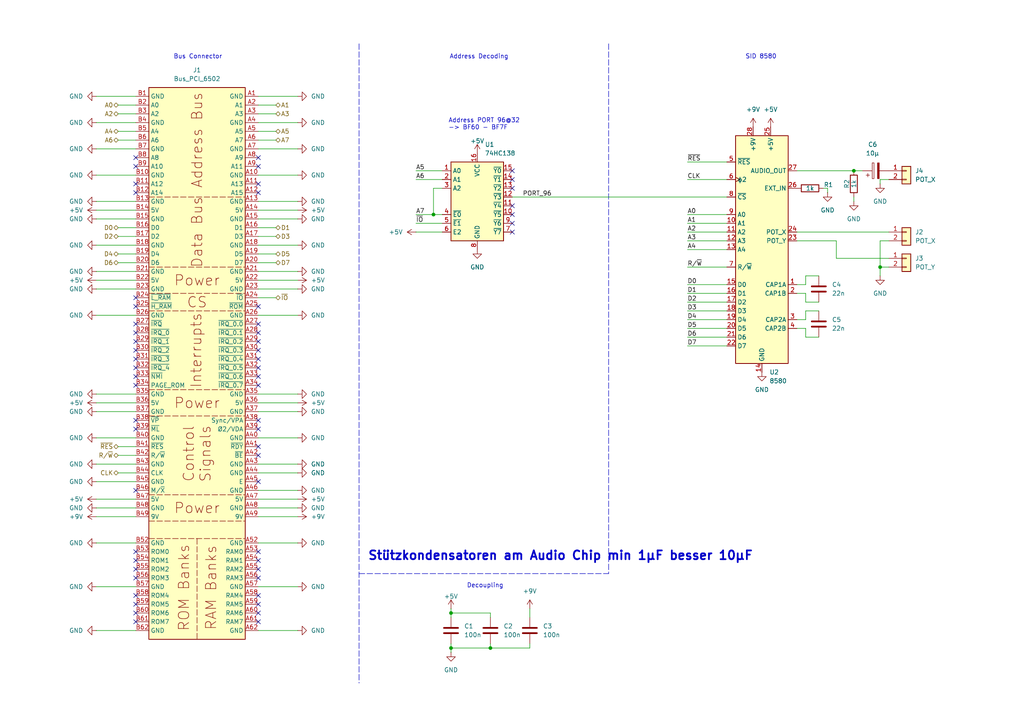
<source format=kicad_sch>
(kicad_sch (version 20231120) (generator "eeschema") (generator_version "8.0")
  (paper "A4")
  (title_block (title "S65xx Computer System") (date "2024-06-30") (rev "1.0") (company "Synthron"))
  (lib_symbols
    (symbol "6502:8580"
      (property "Reference" "U" (at 5.08 38.1 0))
      (property "Value" "8580" (at 5.08 35.56 0))
      (symbol "8580_0_1"
        (rectangle (start -7.62 33.02) (end 7.62 -33.02) (stroke (width 0.254)) (fill (type background)))
      )
      (symbol "8580_1_1"
        (pin passive line (at 10.16 -10.16 180) (length 2.54) (name "CAP1A") (number "1"))
        (pin input line (at -10.16 7.62 0) (length 2.54) (name "A1") (number "10"))
        (pin input line (at -10.16 5.08 0) (length 2.54) (name "A2") (number "11"))
        (pin input line (at -10.16 2.54 0) (length 2.54) (name "A3") (number "12"))
        (pin input line (at -10.16 0 0) (length 2.54) (name "A4") (number "13"))
        (pin power_in line (at 0 -35.56 90) (length 2.54) (name "GND") (number "14"))
        (pin bidirectional line (at -10.16 -10.16 0) (length 2.54) (name "D0") (number "15"))
        (pin bidirectional line (at -10.16 -12.7 0) (length 2.54) (name "D1") (number "16"))
        (pin bidirectional line (at -10.16 -15.24 0) (length 2.54) (name "D2") (number "17"))
        (pin bidirectional line (at -10.16 -17.78 0) (length 2.54) (name "D3") (number "18"))
        (pin bidirectional line (at -10.16 -20.32 0) (length 2.54) (name "D4") (number "19"))
        (pin passive line (at 10.16 -12.7 180) (length 2.54) (name "CAP1B") (number "2"))
        (pin bidirectional line (at -10.16 -22.86 0) (length 2.54) (name "D5") (number "20"))
        (pin bidirectional line (at -10.16 -25.4 0) (length 2.54) (name "D6") (number "21"))
        (pin bidirectional line (at -10.16 -27.94 0) (length 2.54) (name "D7") (number "22"))
        (pin input line (at 10.16 2.54 180) (length 2.54) (name "POT_Y") (number "23"))
        (pin input line (at 10.16 5.08 180) (length 2.54) (name "POT_X") (number "24"))
        (pin power_in line (at 2.54 35.56 270) (length 2.54) (name "+5V") (number "25"))
        (pin input line (at 10.16 17.78 180) (length 2.54) (name "EXT_IN") (number "26"))
        (pin output line (at 10.16 22.86 180) (length 2.54) (name "AUDIO_OUT") (number "27"))
        (pin power_in line (at -2.54 35.56 270) (length 2.54) (name "+9V") (number "28"))
        (pin passive line (at 10.16 -20.32 180) (length 2.54) (name "CAP2A") (number "3"))
        (pin passive line (at 10.16 -22.86 180) (length 2.54) (name "CAP2B") (number "4"))
        (pin input line (at -10.16 25.4 0) (length 2.54) (name "~{RES}") (number "5"))
        (pin input clock (at -10.16 20.32 0) (length 2.54) (name "ϕ2") (number "6"))
        (pin input line (at -10.16 -5.08 0) (length 2.54) (name "R/~{W}") (number "7"))
        (pin input line (at -10.16 15.24 0) (length 2.54) (name "~{CS}") (number "8"))
        (pin input line (at -10.16 10.16 0) (length 2.54) (name "A0") (number "9"))
      )
    )
    (symbol "6502:Bus_PCI_6502"
      (property "Reference" "J" (at 5.08 80.01 0))
      (property "Value" "Bus_PCI_6502" (at 5.08 -82.55 0))
      (symbol "Bus_PCI_6502_1_1"
        (rectangle (start -13.97 78.74) (end 13.97 -81.28) (stroke (width 0.254)) (fill (type background)))
        (polyline (pts (xy -13.97 -52.07) (xy 13.97 -52.07)) (stroke (width 0) (type dash)))
        (polyline (pts (xy -13.97 -46.99) (xy 13.97 -46.99)) (stroke (width 0) (type dash)))
        (polyline (pts (xy -13.97 -39.37) (xy 13.97 -39.37)) (stroke (width 0) (type dash)))
        (polyline (pts (xy -13.97 -16.51) (xy 13.97 -16.51)) (stroke (width 0) (type dash)))
        (polyline (pts (xy -13.97 -8.89) (xy 13.97 -8.89)) (stroke (width 0) (type dash)))
        (polyline (pts (xy -13.97 13.97) (xy 13.97 13.97)) (stroke (width 0) (type dash)))
        (polyline (pts (xy -13.97 19.05) (xy 13.97 19.05)) (stroke (width 0) (type dash)))
        (polyline (pts (xy -13.97 26.67) (xy 13.97 26.67)) (stroke (width 0) (type dash)))
        (polyline (pts (xy -13.97 46.99) (xy 13.97 46.99)) (stroke (width 0) (type dash)))
        (polyline (pts (xy 0 -52.07) (xy 0 -81.28)) (stroke (width 0) (type dash)))
        (text "Address Bus" (at 0 63.5 900) (effects (font (size 3 3))))
        (text "Control\nSignals" (at 0 -27.432 900) (effects (font (size 3 3))))
        (text "CS" (at 0 16.51 0) (effects (font (size 3 3))))
        (text "Data Bus" (at 0 36.83 900) (effects (font (size 3 3))))
        (text "Interrupts" (at -0.254 2.54 900) (effects (font (size 3 3))))
        (text "Power" (at 0 -43.18 0) (effects (font (size 3 3))))
        (text "Power" (at 0 -12.7 0) (effects (font (size 3 3))))
        (text "Power" (at 0 22.86 0) (effects (font (size 3 3))))
        (text "RAM Banks" (at 4.064 -66.294 900) (effects (font (size 3 3))))
        (text "ROM Banks" (at -3.81 -66.294 900) (effects (font (size 3 3))))
        (pin power_in line (at 17.78 76.2 180) (length 3.81) (name "GND") (number "A1"))
        (pin power_in line (at 17.78 53.34 180) (length 3.81) (name "GND") (number "A10"))
        (pin bidirectional line (at 17.78 50.8 180) (length 3.81) (name "A13") (number "A11"))
        (pin bidirectional line (at 17.78 48.26 180) (length 3.81) (name "A15") (number "A12"))
        (pin power_in line (at 17.78 45.72 180) (length 3.81) (name "GND") (number "A13"))
        (pin power_in line (at 17.78 43.18 180) (length 3.81) (name "5V") (number "A14"))
        (pin power_in line (at 17.78 40.64 180) (length 3.81) (name "GND") (number "A15"))
        (pin bidirectional line (at 17.78 38.1 180) (length 3.81) (name "D1") (number "A16"))
        (pin bidirectional line (at 17.78 35.56 180) (length 3.81) (name "D3") (number "A17"))
        (pin power_in line (at 17.78 33.02 180) (length 3.81) (name "GND") (number "A18"))
        (pin bidirectional line (at 17.78 30.48 180) (length 3.81) (name "D5") (number "A19"))
        (pin bidirectional line (at 17.78 73.66 180) (length 3.81) (name "A1") (number "A2"))
        (pin bidirectional line (at 17.78 27.94 180) (length 3.81) (name "D7") (number "A20"))
        (pin power_in line (at 17.78 25.4 180) (length 3.81) (name "GND") (number "A21"))
        (pin power_in line (at 17.78 22.86 180) (length 3.81) (name "5V") (number "A22"))
        (pin power_in line (at 17.78 20.32 180) (length 3.81) (name "GND") (number "A23"))
        (pin bidirectional line (at 17.78 17.78 180) (length 3.81) (name "~{IO}") (number "A24"))
        (pin bidirectional line (at 17.78 15.24 180) (length 3.81) (name "~{ROM}") (number "A25"))
        (pin power_in line (at 17.78 12.7 180) (length 3.81) (name "GND") (number "A26"))
        (pin input line (at 17.78 10.16 180) (length 3.81) (name "~{IRQ_0.0}") (number "A27"))
        (pin input line (at 17.78 7.62 180) (length 3.81) (name "~{IRQ_0.1}") (number "A28"))
        (pin input line (at 17.78 5.08 180) (length 3.81) (name "~{IRQ_0.2}") (number "A29"))
        (pin bidirectional line (at 17.78 71.12 180) (length 3.81) (name "A3") (number "A3"))
        (pin input line (at 17.78 2.54 180) (length 3.81) (name "~{IRQ_0.3}") (number "A30"))
        (pin input line (at 17.78 0 180) (length 3.81) (name "~{IRQ_0.4}") (number "A31"))
        (pin input line (at 17.78 -2.54 180) (length 3.81) (name "~{IRQ_0.5}") (number "A32"))
        (pin input line (at 17.78 -5.08 180) (length 3.81) (name "~{IRQ_0.6}") (number "A33"))
        (pin input line (at 17.78 -7.62 180) (length 3.81) (name "~{IRQ_0.7}") (number "A34"))
        (pin power_in line (at 17.78 -10.16 180) (length 3.81) (name "GND") (number "A35"))
        (pin power_in line (at 17.78 -12.7 180) (length 3.81) (name "5V") (number "A36"))
        (pin power_in line (at 17.78 -15.24 180) (length 3.81) (name "GND") (number "A37"))
        (pin bidirectional line (at 17.78 -17.78 180) (length 3.81) (name "Sync/VPA") (number "A38"))
        (pin bidirectional line (at 17.78 -20.32 180) (length 3.81) (name "Ø2/VDA") (number "A39"))
        (pin power_in line (at 17.78 68.58 180) (length 3.81) (name "GND") (number "A4"))
        (pin power_in line (at 17.78 -22.86 180) (length 3.81) (name "GND") (number "A40"))
        (pin input line (at 17.78 -25.4 180) (length 3.81) (name "~{RDY}") (number "A41"))
        (pin input line (at 17.78 -27.94 180) (length 3.81) (name "~{BE}") (number "A42"))
        (pin power_in line (at 17.78 -30.48 180) (length 3.81) (name "GND") (number "A43"))
        (pin power_in line (at 17.78 -33.02 180) (length 3.81) (name "GND") (number "A44"))
        (pin output line (at 17.78 -35.56 180) (length 3.81) (name "E") (number "A45"))
        (pin power_in line (at 17.78 -38.1 180) (length 3.81) (name "GND") (number "A46"))
        (pin power_in line (at 17.78 -40.64 180) (length 3.81) (name "5V") (number "A47"))
        (pin power_in line (at 17.78 -43.18 180) (length 3.81) (name "GND") (number "A48"))
        (pin power_in line (at 17.78 -45.72 180) (length 3.81) (name "9V") (number "A49"))
        (pin bidirectional line (at 17.78 66.04 180) (length 3.81) (name "A5") (number "A5"))
        (pin power_in line (at 17.78 -53.34 180) (length 3.81) (name "GND") (number "A52"))
        (pin bidirectional line (at 17.78 -55.88 180) (length 3.81) (name "RAM0") (number "A53"))
        (pin bidirectional line (at 17.78 -58.42 180) (length 3.81) (name "RAM1") (number "A54"))
        (pin bidirectional line (at 17.78 -60.96 180) (length 3.81) (name "RAM2") (number "A55"))
        (pin bidirectional line (at 17.78 -63.5 180) (length 3.81) (name "RAM3") (number "A56"))
        (pin power_in line (at 17.78 -66.04 180) (length 3.81) (name "GND") (number "A57"))
        (pin bidirectional line (at 17.78 -68.58 180) (length 3.81) (name "RAM4") (number "A58"))
        (pin bidirectional line (at 17.78 -71.12 180) (length 3.81) (name "RAM5") (number "A59"))
        (pin bidirectional line (at 17.78 63.5 180) (length 3.81) (name "A7") (number "A6"))
        (pin bidirectional line (at 17.78 -73.66 180) (length 3.81) (name "RAM6") (number "A60"))
        (pin bidirectional line (at 17.78 -76.2 180) (length 3.81) (name "RAM7") (number "A61"))
        (pin power_in line (at 17.78 -78.74 180) (length 3.81) (name "GND") (number "A62"))
        (pin power_in line (at 17.78 60.96 180) (length 3.81) (name "GND") (number "A7"))
        (pin bidirectional line (at 17.78 58.42 180) (length 3.81) (name "A9") (number "A8"))
        (pin bidirectional line (at 17.78 55.88 180) (length 3.81) (name "A11") (number "A9"))
        (pin power_in line (at -17.78 76.2 0) (length 3.81) (name "GND") (number "B1"))
        (pin power_in line (at -17.78 53.34 0) (length 3.81) (name "GND") (number "B10"))
        (pin bidirectional line (at -17.78 50.8 0) (length 3.81) (name "A12") (number "B11"))
        (pin bidirectional line (at -17.78 48.26 0) (length 3.81) (name "A14") (number "B12"))
        (pin power_in line (at -17.78 45.72 0) (length 3.81) (name "GND") (number "B13"))
        (pin power_in line (at -17.78 43.18 0) (length 3.81) (name "5V") (number "B14"))
        (pin power_in line (at -17.78 40.64 0) (length 3.81) (name "GND") (number "B15"))
        (pin bidirectional line (at -17.78 38.1 0) (length 3.81) (name "D0") (number "B16"))
        (pin bidirectional line (at -17.78 35.56 0) (length 3.81) (name "D2") (number "B17"))
        (pin power_in line (at -17.78 33.02 0) (length 3.81) (name "GND") (number "B18"))
        (pin bidirectional line (at -17.78 30.48 0) (length 3.81) (name "D4") (number "B19"))
        (pin bidirectional line (at -17.78 73.66 0) (length 3.81) (name "A0") (number "B2"))
        (pin bidirectional line (at -17.78 27.94 0) (length 3.81) (name "D6") (number "B20"))
        (pin power_in line (at -17.78 25.4 0) (length 3.81) (name "GND") (number "B21"))
        (pin power_in line (at -17.78 22.86 0) (length 3.81) (name "5V") (number "B22"))
        (pin power_in line (at -17.78 20.32 0) (length 3.81) (name "GND") (number "B23"))
        (pin bidirectional line (at -17.78 17.78 0) (length 3.81) (name "~{L_RAM}") (number "B24"))
        (pin bidirectional line (at -17.78 15.24 0) (length 3.81) (name "~{H_RAM}") (number "B25"))
        (pin power_in line (at -17.78 12.7 0) (length 3.81) (name "GND") (number "B26"))
        (pin input line (at -17.78 10.16 0) (length 3.81) (name "~{IRQ}") (number "B27"))
        (pin input line (at -17.78 7.62 0) (length 3.81) (name "~{IRQ_0}") (number "B28"))
        (pin input line (at -17.78 5.08 0) (length 3.81) (name "~{IRQ_1}") (number "B29"))
        (pin bidirectional line (at -17.78 71.12 0) (length 3.81) (name "A2") (number "B3"))
        (pin input line (at -17.78 2.54 0) (length 3.81) (name "~{IRQ_2}") (number "B30"))
        (pin input line (at -17.78 0 0) (length 3.81) (name "~{IRQ_3}") (number "B31"))
        (pin input line (at -17.78 -2.54 0) (length 3.81) (name "~{IRQ_4}") (number "B32"))
        (pin input line (at -17.78 -5.08 0) (length 3.81) (name "~{NMI}") (number "B33"))
        (pin output line (at -17.78 -7.62 0) (length 3.81) (name "PAGE_ROM") (number "B34"))
        (pin power_in line (at -17.78 -10.16 0) (length 3.81) (name "GND") (number "B35"))
        (pin power_in line (at -17.78 -12.7 0) (length 3.81) (name "5V") (number "B36"))
        (pin power_in line (at -17.78 -15.24 0) (length 3.81) (name "GND") (number "B37"))
        (pin bidirectional line (at -17.78 -17.78 0) (length 3.81) (name "~{VP}") (number "B38"))
        (pin bidirectional line (at -17.78 -20.32 0) (length 3.81) (name "~{ML}") (number "B39"))
        (pin power_in line (at -17.78 68.58 0) (length 3.81) (name "GND") (number "B4"))
        (pin power_in line (at -17.78 -22.86 0) (length 3.81) (name "GND") (number "B40"))
        (pin input line (at -17.78 -25.4 0) (length 3.81) (name "~{RES}") (number "B41"))
        (pin bidirectional line (at -17.78 -27.94 0) (length 3.81) (name "R/~{W}") (number "B42"))
        (pin power_in line (at -17.78 -30.48 0) (length 3.81) (name "GND") (number "B43"))
        (pin bidirectional line (at -17.78 -33.02 0) (length 3.81) (name "CLK") (number "B44"))
        (pin power_in line (at -17.78 -35.56 0) (length 3.81) (name "GND") (number "B45"))
        (pin bidirectional line (at -17.78 -38.1 0) (length 3.81) (name "M/~{X}") (number "B46"))
        (pin power_in line (at -17.78 -40.64 0) (length 3.81) (name "5V") (number "B47"))
        (pin power_in line (at -17.78 -43.18 0) (length 3.81) (name "GND") (number "B48"))
        (pin power_in line (at -17.78 -45.72 0) (length 3.81) (name "9V") (number "B49"))
        (pin bidirectional line (at -17.78 66.04 0) (length 3.81) (name "A4") (number "B5"))
        (pin power_in line (at -17.78 -53.34 0) (length 3.81) (name "GND") (number "B52"))
        (pin bidirectional line (at -17.78 -55.88 0) (length 3.81) (name "ROM0") (number "B53"))
        (pin bidirectional line (at -17.78 -58.42 0) (length 3.81) (name "ROM1") (number "B54"))
        (pin bidirectional line (at -17.78 -60.96 0) (length 3.81) (name "ROM2") (number "B55"))
        (pin bidirectional line (at -17.78 -63.5 0) (length 3.81) (name "ROM3") (number "B56"))
        (pin power_in line (at -17.78 -66.04 0) (length 3.81) (name "GND") (number "B57"))
        (pin bidirectional line (at -17.78 -68.58 0) (length 3.81) (name "ROM4") (number "B58"))
        (pin bidirectional line (at -17.78 -71.12 0) (length 3.81) (name "ROM5") (number "B59"))
        (pin bidirectional line (at -17.78 63.5 0) (length 3.81) (name "A6") (number "B6"))
        (pin bidirectional line (at -17.78 -73.66 0) (length 3.81) (name "ROM6") (number "B60"))
        (pin bidirectional line (at -17.78 -76.2 0) (length 3.81) (name "ROM7") (number "B61"))
        (pin power_in line (at -17.78 -78.74 0) (length 3.81) (name "GND") (number "B62"))
        (pin power_in line (at -17.78 60.96 0) (length 3.81) (name "GND") (number "B7"))
        (pin bidirectional line (at -17.78 58.42 0) (length 3.81) (name "A8") (number "B8"))
        (pin bidirectional line (at -17.78 55.88 0) (length 3.81) (name "A10") (number "B9"))
      )
    )
    (symbol "74xx:74HC138"
      (property "Reference" "U" (at -7.62 13.97 0))
      (property "Value" "74HC138" (at 2.54 -11.43 0))
      (symbol "74HC138_0_1"
        (rectangle (start -7.62 12.7) (end 7.62 -10.16) (stroke (width 0.254)) (fill (type background)))
      )
      (symbol "74HC138_1_1"
        (pin input line (at -10.16 10.16 0) (length 2.54) (name "A0") (number "1"))
        (pin output line (at 10.16 -2.54 180) (length 2.54) (name "~{Y5}") (number "10"))
        (pin output line (at 10.16 0 180) (length 2.54) (name "~{Y4}") (number "11"))
        (pin output line (at 10.16 2.54 180) (length 2.54) (name "~{Y3}") (number "12"))
        (pin output line (at 10.16 5.08 180) (length 2.54) (name "~{Y2}") (number "13"))
        (pin output line (at 10.16 7.62 180) (length 2.54) (name "~{Y1}") (number "14"))
        (pin output line (at 10.16 10.16 180) (length 2.54) (name "~{Y0}") (number "15"))
        (pin power_in line (at 0 15.24 270) (length 2.54) (name "VCC") (number "16"))
        (pin input line (at -10.16 7.62 0) (length 2.54) (name "A1") (number "2"))
        (pin input line (at -10.16 5.08 0) (length 2.54) (name "A2") (number "3"))
        (pin input line (at -10.16 -2.54 0) (length 2.54) (name "~{E0}") (number "4"))
        (pin input line (at -10.16 -5.08 0) (length 2.54) (name "~{E1}") (number "5"))
        (pin input line (at -10.16 -7.62 0) (length 2.54) (name "E2") (number "6"))
        (pin output line (at 10.16 -7.62 180) (length 2.54) (name "~{Y7}") (number "7"))
        (pin power_in line (at 0 -12.7 90) (length 2.54) (name "GND") (number "8"))
        (pin output line (at 10.16 -5.08 180) (length 2.54) (name "~{Y6}") (number "9"))
      )
    )
    (symbol "Connector_Generic:Conn_01x02" (pin_names (offset 1.016) hide)
      (property "Reference" "J" (at 0 2.54 0))
      (property "Value" "Conn_01x02" (at 0 -5.08 0))
      (symbol "Conn_01x02_1_1"
        (rectangle (start -1.27 -2.413) (end 0 -2.667) (stroke (width 0.1524)))
        (rectangle (start -1.27 0.127) (end 0 -0.127) (stroke (width 0.1524)))
        (rectangle (start -1.27 1.27) (end 1.27 -3.81) (stroke (width 0.254)) (fill (type background)))
        (pin passive line (at -5.08 0 0) (length 3.81) (name "Pin_1") (number "1"))
        (pin passive line (at -5.08 -2.54 0) (length 3.81) (name "Pin_2") (number "2"))
      )
    )
    (symbol "Device:C" (pin_numbers hide) (pin_names (offset 0.254))
      (property "Reference" "C" (at 0.635 2.54 0))
      (property "Value" "C" (at 0.635 -2.54 0))
      (symbol "C_0_1"
        (polyline (pts (xy -2.032 -0.762) (xy 2.032 -0.762)) (stroke (width 0.508)))
        (polyline (pts (xy -2.032 0.762) (xy 2.032 0.762)) (stroke (width 0.508)))
      )
      (symbol "C_1_1"
        (pin passive line (at 0 3.81 270) (length 2.794) (name "~") (number "1"))
        (pin passive line (at 0 -3.81 90) (length 2.794) (name "~") (number "2"))
      )
    )
    (symbol "Device:C_Polarized" (pin_numbers hide) (pin_names (offset 0.254))
      (property "Reference" "C" (at 0.635 2.54 0))
      (property "Value" "C_Polarized" (at 0.635 -2.54 0))
      (symbol "C_Polarized_0_1"
        (rectangle (start -2.286 0.508) (end 2.286 1.016))
        (polyline (pts (xy -1.778 2.286) (xy -0.762 2.286)))
        (polyline (pts (xy -1.27 2.794) (xy -1.27 1.778)))
        (rectangle (start 2.286 -0.508) (end -2.286 -1.016) (fill (type outline)))
      )
      (symbol "C_Polarized_1_1"
        (pin passive line (at 0 3.81 270) (length 2.794) (name "~") (number "1"))
        (pin passive line (at 0 -3.81 90) (length 2.794) (name "~") (number "2"))
      )
    )
    (symbol "Device:R" (pin_numbers hide) (pin_names (offset 0))
      (property "Reference" "R" (at 2.032 0 90))
      (property "Value" "R" (at 0 0 90))
      (symbol "R_0_1"
        (rectangle (start -1.016 -2.54) (end 1.016 2.54) (stroke (width 0.254)))
      )
      (symbol "R_1_1"
        (pin passive line (at 0 3.81 270) (length 1.27) (name "~") (number "1"))
        (pin passive line (at 0 -3.81 90) (length 1.27) (name "~") (number "2"))
      )
    )
    (symbol "power:+5V" (power) (pin_numbers hide) (pin_names (offset 0) hide)
      (property "Value" "+5V" (at 0 3.556 0))
      (symbol "+5V_0_1"
        (polyline (pts (xy -0.762 1.27) (xy 0 2.54)))
        (polyline (pts (xy 0 0) (xy 0 2.54)))
        (polyline (pts (xy 0 2.54) (xy 0.762 1.27)))
      )
      (symbol "+5V_1_1"
        (pin power_in line (at 0 0 90) (length 0) (name "~") (number "1"))
      )
    )
    (symbol "power:+9V" (power) (pin_numbers hide) (pin_names (offset 0) hide)
      (property "Value" "+9V" (at 0 3.556 0))
      (symbol "+9V_0_1"
        (polyline (pts (xy -0.762 1.27) (xy 0 2.54)))
        (polyline (pts (xy 0 0) (xy 0 2.54)))
        (polyline (pts (xy 0 2.54) (xy 0.762 1.27)))
      )
      (symbol "+9V_1_1"
        (pin power_in line (at 0 0 90) (length 0) (name "~") (number "1"))
      )
    )
    (symbol "power:GND" (power) (pin_numbers hide) (pin_names (offset 0) hide)
      (property "Value" "GND" (at 0 -3.81 0))
      (symbol "GND_0_1"
        (polyline (pts (xy 0 0) (xy 0 -1.27) (xy 1.27 -1.27) (xy 0 -2.54) (xy -1.27 -1.27) (xy 0 -1.27)))
      )
      (symbol "GND_1_1"
        (pin power_in line (at 0 0 270) (length 0) (name "~") (number "1"))
      )
    )
  )
  (junction (at 130.81 187.96))
  (junction (at 142.24 187.96))
  (junction (at 130.81 177.8))
  (junction (at 255.27 77.47))
  (junction (at 247.65 49.53))
  (junction (at 125.73 62.23))
  (no_connect (at 74.93 106.68))
  (no_connect (at 39.37 142.24))
  (no_connect (at 39.37 45.72))
  (no_connect (at 39.37 124.46))
  (no_connect (at 39.37 48.26))
  (no_connect (at 74.93 45.72))
  (no_connect (at 39.37 167.64))
  (no_connect (at 39.37 101.6))
  (no_connect (at 39.37 175.26))
  (no_connect (at 74.93 160.02))
  (no_connect (at 148.59 67.31))
  (no_connect (at 74.93 88.9))
  (no_connect (at 39.37 88.9))
  (no_connect (at 39.37 106.68))
  (no_connect (at 148.59 52.07))
  (no_connect (at 39.37 104.14))
  (no_connect (at 74.93 175.26))
  (no_connect (at 74.93 165.1))
  (no_connect (at 39.37 162.56))
  (no_connect (at 74.93 53.34))
  (no_connect (at 74.93 180.34))
  (no_connect (at 39.37 177.8))
  (no_connect (at 74.93 55.88))
  (no_connect (at 148.59 62.23))
  (no_connect (at 148.59 49.53))
  (no_connect (at 74.93 99.06))
  (no_connect (at 148.59 64.77))
  (no_connect (at 39.37 165.1))
  (no_connect (at 74.93 124.46))
  (no_connect (at 39.37 86.36))
  (no_connect (at 148.59 59.69))
  (no_connect (at 74.93 172.72))
  (no_connect (at 39.37 96.52))
  (no_connect (at 74.93 93.98))
  (no_connect (at 39.37 93.98))
  (no_connect (at 74.93 132.08))
  (no_connect (at 39.37 55.88))
  (no_connect (at 74.93 121.92))
  (no_connect (at 39.37 99.06))
  (no_connect (at 74.93 96.52))
  (no_connect (at 148.59 54.61))
  (no_connect (at 39.37 121.92))
  (no_connect (at 74.93 109.22))
  (no_connect (at 74.93 177.8))
  (no_connect (at 74.93 129.54))
  (no_connect (at 74.93 104.14))
  (no_connect (at 74.93 48.26))
  (no_connect (at 39.37 180.34))
  (no_connect (at 74.93 139.7))
  (no_connect (at 74.93 101.6))
  (no_connect (at 74.93 162.56))
  (no_connect (at 39.37 172.72))
  (no_connect (at 39.37 53.34))
  (no_connect (at 39.37 160.02))
  (no_connect (at 74.93 111.76))
  (no_connect (at 39.37 111.76))
  (no_connect (at 74.93 167.64))
  (no_connect (at 39.37 109.22))
  (wire (pts (xy 27.94 134.62) (xy 39.37 134.62)))
  (wire (pts (xy 199.39 92.71) (xy 210.82 92.71)))
  (wire (pts (xy 242.57 74.93) (xy 242.57 69.85)))
  (wire (pts (xy 233.68 82.55) (xy 231.14 82.55)))
  (wire (pts (xy 86.36 142.24) (xy 74.93 142.24)))
  (wire (pts (xy 233.68 80.01) (xy 233.68 82.55)))
  (wire (pts (xy 255.27 77.47) (xy 257.81 77.47)))
  (wire (pts (xy 233.68 87.63) (xy 233.68 85.09)))
  (wire (pts (xy 27.94 116.84) (xy 39.37 116.84)))
  (wire (pts (xy 199.39 72.39) (xy 210.82 72.39)))
  (wire (pts (xy 125.73 54.61) (xy 125.73 62.23)))
  (wire (pts (xy 240.03 54.61) (xy 238.76 54.61)))
  (wire (pts (xy 120.65 49.53) (xy 128.27 49.53)))
  (wire (pts (xy 233.68 95.25) (xy 231.14 95.25)))
  (wire (pts (xy 80.01 33.02) (xy 74.93 33.02)))
  (wire (pts (xy 255.27 53.34) (xy 255.27 52.07)))
  (wire (pts (xy 34.29 40.64) (xy 39.37 40.64)))
  (wire (pts (xy 34.29 33.02) (xy 39.37 33.02)))
  (wire (pts (xy 130.81 187.96) (xy 130.81 189.23)))
  (wire (pts (xy 86.36 50.8) (xy 74.93 50.8)))
  (wire (pts (xy 130.81 176.53) (xy 130.81 177.8)))
  (wire (pts (xy 27.94 147.32) (xy 39.37 147.32)))
  (wire (pts (xy 153.67 186.69) (xy 153.67 187.96)))
  (wire (pts (xy 27.94 50.8) (xy 39.37 50.8)))
  (wire (pts (xy 199.39 100.33) (xy 210.82 100.33)))
  (wire (pts (xy 86.36 119.38) (xy 74.93 119.38)))
  (wire (pts (xy 27.94 119.38) (xy 39.37 119.38)))
  (wire (pts (xy 231.14 67.31) (xy 257.81 67.31)))
  (wire (pts (xy 199.39 67.31) (xy 210.82 67.31)))
  (wire (pts (xy 199.39 46.99) (xy 210.82 46.99)))
  (wire (pts (xy 128.27 54.61) (xy 125.73 54.61)))
  (wire (pts (xy 237.49 97.79) (xy 233.68 97.79)))
  (wire (pts (xy 233.68 97.79) (xy 233.68 95.25)))
  (wire (pts (xy 237.49 90.17) (xy 233.68 90.17)))
  (wire (pts (xy 120.65 62.23) (xy 125.73 62.23)))
  (wire (pts (xy 199.39 82.55) (xy 210.82 82.55)))
  (wire (pts (xy 27.94 139.7) (xy 39.37 139.7)))
  (wire (pts (xy 199.39 85.09) (xy 210.82 85.09)))
  (wire (pts (xy 86.36 170.18) (xy 74.93 170.18)))
  (wire (pts (xy 80.01 86.36) (xy 74.93 86.36)))
  (wire (pts (xy 120.65 52.07) (xy 128.27 52.07)))
  (wire (pts (xy 34.29 38.1) (xy 39.37 38.1)))
  (wire (pts (xy 27.94 43.18) (xy 39.37 43.18)))
  (wire (pts (xy 27.94 170.18) (xy 39.37 170.18)))
  (wire (pts (xy 148.59 57.15) (xy 210.82 57.15)))
  (wire (pts (xy 233.68 85.09) (xy 231.14 85.09)))
  (polyline (pts (xy 176.53 12.7) (xy 176.53 166.37)) (stroke (width 0) (type dash)))
  (wire (pts (xy 86.36 114.3) (xy 74.93 114.3)))
  (wire (pts (xy 199.39 97.79) (xy 210.82 97.79)))
  (wire (pts (xy 257.81 74.93) (xy 242.57 74.93)))
  (wire (pts (xy 86.36 60.96) (xy 74.93 60.96)))
  (wire (pts (xy 86.36 63.5) (xy 74.93 63.5)))
  (wire (pts (xy 27.94 58.42) (xy 39.37 58.42)))
  (wire (pts (xy 86.36 81.28) (xy 74.93 81.28)))
  (wire (pts (xy 34.29 66.04) (xy 39.37 66.04)))
  (wire (pts (xy 86.36 58.42) (xy 74.93 58.42)))
  (wire (pts (xy 86.36 91.44) (xy 74.93 91.44)))
  (wire (pts (xy 27.94 27.94) (xy 39.37 27.94)))
  (wire (pts (xy 199.39 95.25) (xy 210.82 95.25)))
  (wire (pts (xy 142.24 177.8) (xy 130.81 177.8)))
  (wire (pts (xy 27.94 83.82) (xy 39.37 83.82)))
  (wire (pts (xy 86.36 137.16) (xy 74.93 137.16)))
  (wire (pts (xy 142.24 186.69) (xy 142.24 187.96)))
  (wire (pts (xy 199.39 62.23) (xy 210.82 62.23)))
  (wire (pts (xy 142.24 187.96) (xy 130.81 187.96)))
  (wire (pts (xy 27.94 71.12) (xy 39.37 71.12)))
  (wire (pts (xy 27.94 78.74) (xy 39.37 78.74)))
  (wire (pts (xy 153.67 176.53) (xy 153.67 179.07)))
  (wire (pts (xy 199.39 90.17) (xy 210.82 90.17)))
  (wire (pts (xy 120.65 67.31) (xy 128.27 67.31)))
  (wire (pts (xy 86.36 27.94) (xy 74.93 27.94)))
  (wire (pts (xy 86.36 147.32) (xy 74.93 147.32)))
  (wire (pts (xy 27.94 60.96) (xy 39.37 60.96)))
  (wire (pts (xy 86.36 78.74) (xy 74.93 78.74)))
  (wire (pts (xy 27.94 63.5) (xy 39.37 63.5)))
  (wire (pts (xy 199.39 64.77) (xy 210.82 64.77)))
  (wire (pts (xy 86.36 43.18) (xy 74.93 43.18)))
  (wire (pts (xy 130.81 187.96) (xy 130.81 186.69)))
  (wire (pts (xy 86.36 144.78) (xy 74.93 144.78)))
  (wire (pts (xy 34.29 132.08) (xy 39.37 132.08)))
  (wire (pts (xy 27.94 127) (xy 39.37 127)))
  (wire (pts (xy 86.36 71.12) (xy 74.93 71.12)))
  (wire (pts (xy 255.27 80.01) (xy 255.27 77.47)))
  (wire (pts (xy 120.65 64.77) (xy 128.27 64.77)))
  (wire (pts (xy 130.81 177.8) (xy 130.81 179.07)))
  (wire (pts (xy 27.94 157.48) (xy 39.37 157.48)))
  (wire (pts (xy 247.65 57.15) (xy 247.65 58.42)))
  (wire (pts (xy 199.39 52.07) (xy 210.82 52.07)))
  (wire (pts (xy 237.49 87.63) (xy 233.68 87.63)))
  (wire (pts (xy 233.68 90.17) (xy 233.68 92.71)))
  (wire (pts (xy 86.36 83.82) (xy 74.93 83.82)))
  (polyline (pts (xy 104.14 166.37) (xy 176.53 166.37)) (stroke (width 0) (type dash)))
  (wire (pts (xy 27.94 35.56) (xy 39.37 35.56)))
  (wire (pts (xy 86.36 134.62) (xy 74.93 134.62)))
  (wire (pts (xy 247.65 49.53) (xy 250.19 49.53)))
  (wire (pts (xy 237.49 80.01) (xy 233.68 80.01)))
  (wire (pts (xy 27.94 91.44) (xy 39.37 91.44)))
  (wire (pts (xy 80.01 66.04) (xy 74.93 66.04)))
  (wire (pts (xy 27.94 114.3) (xy 39.37 114.3)))
  (wire (pts (xy 80.01 76.2) (xy 74.93 76.2)))
  (wire (pts (xy 86.36 35.56) (xy 74.93 35.56)))
  (wire (pts (xy 80.01 38.1) (xy 74.93 38.1)))
  (wire (pts (xy 242.57 69.85) (xy 231.14 69.85)))
  (wire (pts (xy 80.01 40.64) (xy 74.93 40.64)))
  (wire (pts (xy 34.29 30.48) (xy 39.37 30.48)))
  (polyline (pts (xy 104.14 12.7) (xy 104.14 198.12)) (stroke (width 0) (type dash)))
  (wire (pts (xy 240.03 55.88) (xy 240.03 54.61)))
  (wire (pts (xy 255.27 77.47) (xy 255.27 69.85)))
  (wire (pts (xy 142.24 179.07) (xy 142.24 177.8)))
  (wire (pts (xy 34.29 68.58) (xy 39.37 68.58)))
  (wire (pts (xy 255.27 69.85) (xy 257.81 69.85)))
  (wire (pts (xy 86.36 182.88) (xy 74.93 182.88)))
  (wire (pts (xy 199.39 77.47) (xy 210.82 77.47)))
  (wire (pts (xy 231.14 49.53) (xy 247.65 49.53)))
  (wire (pts (xy 255.27 52.07) (xy 257.81 52.07)))
  (wire (pts (xy 86.36 157.48) (xy 74.93 157.48)))
  (wire (pts (xy 199.39 69.85) (xy 210.82 69.85)))
  (wire (pts (xy 34.29 76.2) (xy 39.37 76.2)))
  (wire (pts (xy 125.73 62.23) (xy 128.27 62.23)))
  (wire (pts (xy 153.67 187.96) (xy 142.24 187.96)))
  (wire (pts (xy 233.68 92.71) (xy 231.14 92.71)))
  (wire (pts (xy 27.94 144.78) (xy 39.37 144.78)))
  (wire (pts (xy 80.01 30.48) (xy 74.93 30.48)))
  (wire (pts (xy 80.01 73.66) (xy 74.93 73.66)))
  (wire (pts (xy 86.36 127) (xy 74.93 127)))
  (wire (pts (xy 86.36 149.86) (xy 74.93 149.86)))
  (wire (pts (xy 27.94 149.86) (xy 39.37 149.86)))
  (wire (pts (xy 34.29 129.54) (xy 39.37 129.54)))
  (wire (pts (xy 34.29 137.16) (xy 39.37 137.16)))
  (wire (pts (xy 27.94 81.28) (xy 39.37 81.28)))
  (wire (pts (xy 27.94 182.88) (xy 39.37 182.88)))
  (wire (pts (xy 86.36 116.84) (xy 74.93 116.84)))
  (wire (pts (xy 34.29 73.66) (xy 39.37 73.66)))
  (wire (pts (xy 80.01 68.58) (xy 74.93 68.58)))
  (wire (pts (xy 199.39 87.63) (xy 210.82 87.63)))
  (text "Address PORT 96@32\n-> BF60 - BF7F" (at 130.048 36.068 0) (effects (font (size 1.27 1.27)) (justify left)))
  (text "SID 8580" (at 220.726 16.51 0) (effects (font (size 1.27 1.27))))
  (text "Decoupling" (at 140.716 169.926 0) (effects (font (size 1.27 1.27))))
  (text "Address Decoding" (at 138.938 16.51 0) (effects (font (size 1.27 1.27))))
  (text "Stützkondensatoren am Audio Chip min 1µF besser 10µF" (at 162.56 161.29 0) (effects (font (size 2.54 2.54) (thickness 0.508) (bold yes))))
  (text "Bus Connector" (at 57.404 16.51 0) (effects (font (size 1.27 1.27))))
  (label "A7" (at 120.65 62.23 0))
  (label "PORT_96" (at 160.02 57.15 180))
  (label "A5" (at 120.65 49.53 0))
  (label "A4" (at 199.39 72.39 0))
  (label "A3" (at 199.39 69.85 0))
  (label "CLK" (at 199.39 52.07 0))
  (label "D0" (at 199.39 82.55 0))
  (label "A6" (at 120.65 52.07 0))
  (label "~{RES}" (at 199.39 46.99 0))
  (label "~{IO}" (at 120.65 64.77 0))
  (label "D4" (at 199.39 92.71 0))
  (label "D1" (at 199.39 85.09 0))
  (label "A2" (at 199.39 67.31 0))
  (label "A0" (at 199.39 62.23 0))
  (label "D2" (at 199.39 87.63 0))
  (label "D3" (at 199.39 90.17 0))
  (label "D5" (at 199.39 95.25 0))
  (label "D7" (at 199.39 100.33 0))
  (label "R{slash}~{W}" (at 199.39 77.47 0))
  (label "D6" (at 199.39 97.79 0))
  (label "A1" (at 199.39 64.77 0))
  (hierarchical_label "D0" (shape bidirectional) (at 34.29 66.04 180))
  (hierarchical_label "D4" (shape bidirectional) (at 34.29 73.66 180))
  (hierarchical_label "D5" (shape bidirectional) (at 80.01 73.66 0))
  (hierarchical_label "A3" (shape bidirectional) (at 80.01 33.02 0))
  (hierarchical_label "A4" (shape bidirectional) (at 34.29 38.1 180))
  (hierarchical_label "R{slash}~{W}" (shape bidirectional) (at 34.29 132.08 180))
  (hierarchical_label "A7" (shape bidirectional) (at 80.01 40.64 0))
  (hierarchical_label "CLK" (shape bidirectional) (at 34.29 137.16 180))
  (hierarchical_label "D2" (shape bidirectional) (at 34.29 68.58 180))
  (hierarchical_label "A5" (shape bidirectional) (at 80.01 38.1 0))
  (hierarchical_label "~{RES}" (shape bidirectional) (at 34.29 129.54 180))
  (hierarchical_label "D6" (shape bidirectional) (at 34.29 76.2 180))
  (hierarchical_label "A2" (shape bidirectional) (at 34.29 33.02 180))
  (hierarchical_label "D1" (shape bidirectional) (at 80.01 66.04 0))
  (hierarchical_label "D3" (shape bidirectional) (at 80.01 68.58 0))
  (hierarchical_label "D7" (shape bidirectional) (at 80.01 76.2 0))
  (hierarchical_label "~{IO}" (shape bidirectional) (at 80.01 86.36 0))
  (hierarchical_label "A0" (shape bidirectional) (at 34.29 30.48 180))
  (hierarchical_label "A6" (shape bidirectional) (at 34.29 40.64 180))
  (hierarchical_label "A1" (shape bidirectional) (at 80.01 30.48 0))
  (symbol (lib_id "power:GND") (at 27.94 50.8 270) (unit 1)
    (property "Reference" "#PWR04" (effects (hide yes)))
    (property "Value" "GND" (at 24.13 50.7999 90) (effects (justify right)))
    (property "Description" "Power symbol creates a global label with name \"GND\" , ground" (effects (hide yes)))
  )
  (symbol (lib_id "power:GND") (at 86.36 142.24 90) (mirror x) (unit 1)
    (property "Reference" "#PWR043" (effects (hide yes)))
    (property "Value" "GND" (at 90.17 142.2399 90) (effects (justify right)))
    (property "Description" "Power symbol creates a global label with name \"GND\" , ground" (effects (hide yes)))
  )
  (symbol (lib_id "power:GND") (at 86.36 137.16 90) (mirror x) (unit 1)
    (property "Reference" "#PWR042" (effects (hide yes)))
    (property "Value" "GND" (at 90.17 137.1599 90) (effects (justify right)))
    (property "Description" "Power symbol creates a global label with name \"GND\" , ground" (effects (hide yes)))
  )
  (symbol (lib_id "power:GND") (at 27.94 63.5 270) (unit 1)
    (property "Reference" "#PWR07" (effects (hide yes)))
    (property "Value" "GND" (at 24.13 63.4999 90) (effects (justify right)))
    (property "Description" "Power symbol creates a global label with name \"GND\" , ground" (effects (hide yes)))
  )
  (symbol (lib_id "Device:C_Polarized") (at 254 49.53 90) (unit 1)
    (property "Reference" "C6" (at 253.111 41.91 90))
    (property "Value" "10µ" (at 253.111 44.45 90))
    (property "Footprint" "Capacitor_THT:CP_Radial_D5.0mm_P2.50mm" (effects (hide yes)))
    (property "Description" "Polarized capacitor" (effects (hide yes)))
  )
  (symbol (lib_id "power:GND") (at 130.81 189.23 0) (mirror y) (unit 1)
    (property "Reference" "#PWR054" (effects (hide yes)))
    (property "Value" "GND" (at 130.81 194.31 0))
    (property "Description" "Power symbol creates a global label with name \"GND\" , ground" (effects (hide yes)))
  )
  (symbol (lib_id "power:+5V") (at 223.52 36.83 0) (unit 1)
    (property "Reference" "#PWR058" (effects (hide yes)))
    (property "Value" "+5V" (at 223.52 31.75 0))
    (property "Description" "Power symbol creates a global label with name \"+5V\"" (effects (hide yes)))
  )
  (symbol (lib_id "power:GND") (at 27.94 71.12 270) (unit 1)
    (property "Reference" "#PWR08" (effects (hide yes)))
    (property "Value" "GND" (at 24.13 71.1199 90) (effects (justify right)))
    (property "Description" "Power symbol creates a global label with name \"GND\" , ground" (effects (hide yes)))
  )
  (symbol (lib_id "power:GND") (at 240.03 55.88 0) (unit 1)
    (property "Reference" "#PWR059" (effects (hide yes)))
    (property "Value" "GND" (at 240.03 60.96 0))
    (property "Description" "Power symbol creates a global label with name \"GND\" , ground" (effects (hide yes)))
  )
  (symbol (lib_id "74xx:74HC138") (at 138.43 59.69 0) (unit 1)
    (property "Reference" "U1" (at 140.6241 41.91 0) (effects (justify left)))
    (property "Value" "74HC138" (at 140.6241 44.45 0) (effects (justify left)))
    (property "Footprint" "Package_DIP:DIP-16_W7.62mm" (effects (hide yes)))
    (property "Datasheet" "http://www.ti.com/lit/ds/symlink/cd74hc238.pdf" (effects (hide yes)))
    (property "Description" "3-to-8 line decoder/multiplexer inverting, DIP-16/SOIC-16/SSOP-16" (effects (hide yes)))
  )
  (symbol (lib_id "power:GND") (at 27.94 147.32 270) (unit 1)
    (property "Reference" "#PWR020" (effects (hide yes)))
    (property "Value" "GND" (at 24.13 147.3199 90) (effects (justify right)))
    (property "Description" "Power symbol creates a global label with name \"GND\" , ground" (effects (hide yes)))
  )
  (symbol (lib_id "power:GND") (at 27.94 83.82 270) (unit 1)
    (property "Reference" "#PWR011" (effects (hide yes)))
    (property "Value" "GND" (at 24.13 83.8199 90) (effects (justify right)))
    (property "Description" "Power symbol creates a global label with name \"GND\" , ground" (effects (hide yes)))
  )
  (symbol (lib_id "power:+5V") (at 86.36 144.78 270) (mirror x) (unit 1)
    (property "Reference" "#PWR044" (effects (hide yes)))
    (property "Value" "+5V" (at 90.17 144.7799 90) (effects (justify left)))
    (property "Description" "Power symbol creates a global label with name \"+5V\"" (effects (hide yes)))
  )
  (symbol (lib_id "power:GND") (at 27.94 114.3 270) (unit 1)
    (property "Reference" "#PWR013" (effects (hide yes)))
    (property "Value" "GND" (at 24.13 114.2999 90) (effects (justify right)))
    (property "Description" "Power symbol creates a global label with name \"GND\" , ground" (effects (hide yes)))
  )
  (symbol (lib_id "6502:Bus_PCI_6502") (at 57.15 104.14 0) (unit 1)
    (property "Reference" "J1" (at 57.15 20.32 0))
    (property "Value" "Bus_PCI_6502" (at 57.15 22.86 0))
    (property "Footprint" "Connector_PCBEdge:BUS_PCI" (effects (hide yes)))
    (property "Datasheet" "http://pinouts.ru/Slots/PCI_pinout.shtml" (effects (hide yes)))
    (property "Description" "PCI bus connector for 5V cards" (effects (hide yes)))
  )
  (symbol (lib_id "Device:C") (at 153.67 182.88 0) (unit 1)
    (property "Reference" "C3" (at 157.48 181.6099 0) (effects (justify left)))
    (property "Value" "100n" (at 157.48 184.1499 0) (effects (justify left)))
    (property "Footprint" "Capacitor_SMD:C_0805_2012Metric" (effects (hide yes)))
    (property "Description" "Unpolarized capacitor" (effects (hide yes)))
  )
  (symbol (lib_id "Device:C") (at 237.49 83.82 0) (unit 1)
    (property "Reference" "C4" (at 241.3 82.5499 0) (effects (justify left)))
    (property "Value" "22n" (at 241.3 85.0899 0) (effects (justify left)))
    (property "Footprint" "Capacitor_SMD:C_0805_2012Metric" (effects (hide yes)))
    (property "Description" "Unpolarized capacitor" (effects (hide yes)))
  )
  (symbol (lib_id "power:GND") (at 86.36 78.74 90) (mirror x) (unit 1)
    (property "Reference" "#PWR033" (effects (hide yes)))
    (property "Value" "GND" (at 90.17 78.7399 90) (effects (justify right)))
    (property "Description" "Power symbol creates a global label with name \"GND\" , ground" (effects (hide yes)))
  )
  (symbol (lib_id "power:GND") (at 86.36 35.56 90) (mirror x) (unit 1)
    (property "Reference" "#PWR026" (effects (hide yes)))
    (property "Value" "GND" (at 90.17 35.5599 90) (effects (justify right)))
    (property "Description" "Power symbol creates a global label with name \"GND\" , ground" (effects (hide yes)))
  )
  (symbol (lib_id "power:GND") (at 86.36 83.82 90) (mirror x) (unit 1)
    (property "Reference" "#PWR035" (effects (hide yes)))
    (property "Value" "GND" (at 90.17 83.8199 90) (effects (justify right)))
    (property "Description" "Power symbol creates a global label with name \"GND\" , ground" (effects (hide yes)))
  )
  (symbol (lib_id "power:GND") (at 27.94 91.44 270) (unit 1)
    (property "Reference" "#PWR012" (effects (hide yes)))
    (property "Value" "GND" (at 24.13 91.4399 90) (effects (justify right)))
    (property "Description" "Power symbol creates a global label with name \"GND\" , ground" (effects (hide yes)))
  )
  (symbol (lib_id "power:GND") (at 255.27 80.01 0) (unit 1)
    (property "Reference" "#PWR062" (effects (hide yes)))
    (property "Value" "GND" (at 255.27 85.09 0))
    (property "Description" "Power symbol creates a global label with name \"GND\" , ground" (effects (hide yes)))
  )
  (symbol (lib_id "power:+5V") (at 86.36 116.84 270) (mirror x) (unit 1)
    (property "Reference" "#PWR038" (effects (hide yes)))
    (property "Value" "+5V" (at 90.17 116.8399 90) (effects (justify left)))
    (property "Description" "Power symbol creates a global label with name \"+5V\"" (effects (hide yes)))
  )
  (symbol (lib_id "power:GND") (at 27.94 43.18 270) (unit 1)
    (property "Reference" "#PWR03" (effects (hide yes)))
    (property "Value" "GND" (at 24.13 43.1799 90) (effects (justify right)))
    (property "Description" "Power symbol creates a global label with name \"GND\" , ground" (effects (hide yes)))
  )
  (symbol (lib_id "power:+5V") (at 27.94 60.96 90) (unit 1)
    (property "Reference" "#PWR06" (effects (hide yes)))
    (property "Value" "+5V" (at 24.13 60.9599 90) (effects (justify left)))
    (property "Description" "Power symbol creates a global label with name \"+5V\"" (effects (hide yes)))
  )
  (symbol (lib_id "power:GND") (at 86.36 157.48 90) (unit 1)
    (property "Reference" "#PWR047" (effects (hide yes)))
    (property "Value" "GND" (at 90.17 157.4801 90) (effects (justify right)))
    (property "Description" "Power symbol creates a global label with name \"GND\" , ground" (effects (hide yes)))
  )
  (symbol (lib_id "power:+9V") (at 86.36 149.86 270) (mirror x) (unit 1)
    (property "Reference" "#PWR046" (effects (hide yes)))
    (property "Value" "+9V" (at 90.17 149.8599 90) (effects (justify left)))
    (property "Description" "Power symbol creates a global label with name \"+9V\"" (effects (hide yes)))
  )
  (symbol (lib_id "power:GND") (at 86.36 119.38 90) (mirror x) (unit 1)
    (property "Reference" "#PWR039" (effects (hide yes)))
    (property "Value" "GND" (at 90.17 119.3799 90) (effects (justify right)))
    (property "Description" "Power symbol creates a global label with name \"GND\" , ground" (effects (hide yes)))
  )
  (symbol (lib_id "Device:C") (at 142.24 182.88 0) (unit 1)
    (property "Reference" "C2" (at 146.05 181.6099 0) (effects (justify left)))
    (property "Value" "100n" (at 146.05 184.1499 0) (effects (justify left)))
    (property "Footprint" "Capacitor_SMD:C_0805_2012Metric" (effects (hide yes)))
    (property "Description" "Unpolarized capacitor" (effects (hide yes)))
  )
  (symbol (lib_id "power:+5V") (at 27.94 81.28 90) (unit 1)
    (property "Reference" "#PWR010" (effects (hide yes)))
    (property "Value" "+5V" (at 24.13 81.2799 90) (effects (justify left)))
    (property "Description" "Power symbol creates a global label with name \"+5V\"" (effects (hide yes)))
  )
  (symbol (lib_id "power:GND") (at 86.36 147.32 90) (mirror x) (unit 1)
    (property "Reference" "#PWR045" (effects (hide yes)))
    (property "Value" "GND" (at 90.17 147.3199 90) (effects (justify right)))
    (property "Description" "Power symbol creates a global label with name \"GND\" , ground" (effects (hide yes)))
  )
  (symbol (lib_id "Connector_Generic:Conn_01x02") (at 262.89 49.53 0) (unit 1)
    (property "Reference" "J4" (at 265.43 49.5299 0) (effects (justify left)))
    (property "Value" "POT_X" (at 265.43 52.0699 0) (effects (justify left)))
    (property "Footprint" "Connector_PinHeader_2.54mm:PinHeader_1x02_P2.54mm_Horizontal" (effects (hide yes)))
    (property "Description" "Generic connector, single row, 01x02, script generated (kicad-library-utils/schlib/autogen/connector/)" (effects (hide yes)))
  )
  (symbol (lib_id "Device:R") (at 247.65 53.34 180) (unit 1)
    (property "Reference" "R2" (at 245.618 53.34 90))
    (property "Value" "1k" (at 247.65 53.34 90))
    (property "Footprint" "Resistor_SMD:R_0805_2012Metric" (effects (hide yes)))
    (property "Description" "Resistor" (effects (hide yes)))
  )
  (symbol (lib_id "power:+5V") (at 27.94 116.84 90) (unit 1)
    (property "Reference" "#PWR014" (effects (hide yes)))
    (property "Value" "+5V" (at 24.13 116.8399 90) (effects (justify left)))
    (property "Description" "Power symbol creates a global label with name \"+5V\"" (effects (hide yes)))
  )
  (symbol (lib_id "power:GND") (at 138.43 72.39 0) (mirror y) (unit 1)
    (property "Reference" "#PWR052" (effects (hide yes)))
    (property "Value" "GND" (at 138.43 77.47 0))
    (property "Description" "Power symbol creates a global label with name \"GND\" , ground" (effects (hide yes)))
  )
  (symbol (lib_id "power:GND") (at 27.94 27.94 270) (unit 1)
    (property "Reference" "#PWR01" (effects (hide yes)))
    (property "Value" "GND" (at 24.13 27.9399 90) (effects (justify right)))
    (property "Description" "Power symbol creates a global label with name \"GND\" , ground" (effects (hide yes)))
  )
  (symbol (lib_id "power:+5V") (at 130.81 176.53 0) (mirror y) (unit 1)
    (property "Reference" "#PWR053" (effects (hide yes)))
    (property "Value" "+5V" (at 130.81 172.974 0))
    (property "Description" "Power symbol creates a global label with name \"+5V\"" (effects (hide yes)))
  )
  (symbol (lib_id "power:+5V") (at 27.94 144.78 90) (unit 1)
    (property "Reference" "#PWR019" (effects (hide yes)))
    (property "Value" "+5V" (at 24.13 144.7799 90) (effects (justify left)))
    (property "Description" "Power symbol creates a global label with name \"+5V\"" (effects (hide yes)))
  )
  (symbol (lib_id "power:GND") (at 27.94 157.48 270) (unit 1)
    (property "Reference" "#PWR022" (effects (hide yes)))
    (property "Value" "GND" (at 24.13 157.4799 90) (effects (justify right)))
    (property "Description" "Power symbol creates a global label with name \"GND\" , ground" (effects (hide yes)))
  )
  (symbol (lib_id "power:GND") (at 27.94 78.74 270) (unit 1)
    (property "Reference" "#PWR09" (effects (hide yes)))
    (property "Value" "GND" (at 24.13 78.7399 90) (effects (justify right)))
    (property "Description" "Power symbol creates a global label with name \"GND\" , ground" (effects (hide yes)))
  )
  (symbol (lib_id "power:GND") (at 27.94 35.56 270) (unit 1)
    (property "Reference" "#PWR02" (effects (hide yes)))
    (property "Value" "GND" (at 24.13 35.5599 90) (effects (justify right)))
    (property "Description" "Power symbol creates a global label with name \"GND\" , ground" (effects (hide yes)))
  )
  (symbol (lib_id "6502:8580") (at 220.98 72.39 0) (unit 1)
    (property "Reference" "U2" (at 223.1741 107.95 0) (effects (justify left)))
    (property "Value" "8580" (at 223.1741 110.49 0) (effects (justify left)))
    (property "Footprint" "Package_DIP:DIP-28_W15.24mm" (effects (hide yes)))
    (property "Datasheet" "http://www.6502.org/documents/datasheets/mos/mos_6582_sid.pdf" (effects (hide yes)))
    (property "Description" "HMOS Sound Interface Device (SID), 3-Voice Sound Synthesizer, DIP-28" (effects (hide yes)))
  )
  (symbol (lib_id "power:+5V") (at 86.36 60.96 270) (mirror x) (unit 1)
    (property "Reference" "#PWR030" (effects (hide yes)))
    (property "Value" "+5V" (at 90.17 60.9599 90) (effects (justify left)))
    (property "Description" "Power symbol creates a global label with name \"+5V\"" (effects (hide yes)))
  )
  (symbol (lib_id "Device:R") (at 234.95 54.61 90) (unit 1)
    (property "Reference" "R1" (at 240.284 53.594 90))
    (property "Value" "1k" (at 234.95 54.61 90))
    (property "Footprint" "Resistor_SMD:R_0805_2012Metric" (effects (hide yes)))
    (property "Description" "Resistor" (effects (hide yes)))
  )
  (symbol (lib_id "power:+5V") (at 138.43 44.45 0) (mirror y) (unit 1)
    (property "Reference" "#PWR051" (effects (hide yes)))
    (property "Value" "+5V" (at 138.43 40.894 0))
    (property "Description" "Power symbol creates a global label with name \"+5V\"" (effects (hide yes)))
  )
  (symbol (lib_id "Device:C") (at 237.49 93.98 0) (unit 1)
    (property "Reference" "C5" (at 241.3 92.7099 0) (effects (justify left)))
    (property "Value" "22n" (at 241.3 95.2499 0) (effects (justify left)))
    (property "Footprint" "Capacitor_SMD:C_0805_2012Metric" (effects (hide yes)))
    (property "Description" "Unpolarized capacitor" (effects (hide yes)))
  )
  (symbol (lib_id "power:+9V") (at 153.67 176.53 0) (unit 1)
    (property "Reference" "#PWR055" (effects (hide yes)))
    (property "Value" "+9V" (at 153.67 171.45 0))
    (property "Description" "Power symbol creates a global label with name \"+9V\"" (effects (hide yes)))
  )
  (symbol (lib_id "power:GND") (at 86.36 50.8 90) (mirror x) (unit 1)
    (property "Reference" "#PWR028" (effects (hide yes)))
    (property "Value" "GND" (at 90.17 50.7999 90) (effects (justify right)))
    (property "Description" "Power symbol creates a global label with name \"GND\" , ground" (effects (hide yes)))
  )
  (symbol (lib_id "power:+9V") (at 27.94 149.86 90) (unit 1)
    (property "Reference" "#PWR021" (effects (hide yes)))
    (property "Value" "+9V" (at 24.13 149.8599 90) (effects (justify left)))
    (property "Description" "Power symbol creates a global label with name \"+9V\"" (effects (hide yes)))
  )
  (symbol (lib_id "power:GND") (at 27.94 127 270) (unit 1)
    (property "Reference" "#PWR016" (effects (hide yes)))
    (property "Value" "GND" (at 24.13 126.9999 90) (effects (justify right)))
    (property "Description" "Power symbol creates a global label with name \"GND\" , ground" (effects (hide yes)))
  )
  (symbol (lib_id "Device:C") (at 130.81 182.88 0) (unit 1)
    (property "Reference" "C1" (at 134.62 181.6099 0) (effects (justify left)))
    (property "Value" "100n" (at 134.62 184.1499 0) (effects (justify left)))
    (property "Footprint" "Capacitor_SMD:C_0805_2012Metric" (effects (hide yes)))
    (property "Description" "Unpolarized capacitor" (effects (hide yes)))
  )
  (symbol (lib_id "power:GND") (at 86.36 71.12 90) (mirror x) (unit 1)
    (property "Reference" "#PWR032" (effects (hide yes)))
    (property "Value" "GND" (at 90.17 71.1199 90) (effects (justify right)))
    (property "Description" "Power symbol creates a global label with name \"GND\" , ground" (effects (hide yes)))
  )
  (symbol (lib_id "power:GND") (at 247.65 58.42 0) (unit 1)
    (property "Reference" "#PWR060" (effects (hide yes)))
    (property "Value" "GND" (at 247.65 63.5 0))
    (property "Description" "Power symbol creates a global label with name \"GND\" , ground" (effects (hide yes)))
  )
  (symbol (lib_id "power:GND") (at 27.94 58.42 270) (unit 1)
    (property "Reference" "#PWR05" (effects (hide yes)))
    (property "Value" "GND" (at 24.13 58.4199 90) (effects (justify right)))
    (property "Description" "Power symbol creates a global label with name \"GND\" , ground" (effects (hide yes)))
  )
  (symbol (lib_id "power:GND") (at 86.36 127 90) (mirror x) (unit 1)
    (property "Reference" "#PWR040" (effects (hide yes)))
    (property "Value" "GND" (at 90.17 126.9999 90) (effects (justify right)))
    (property "Description" "Power symbol creates a global label with name \"GND\" , ground" (effects (hide yes)))
  )
  (symbol (lib_id "power:GND") (at 86.36 114.3 90) (mirror x) (unit 1)
    (property "Reference" "#PWR037" (effects (hide yes)))
    (property "Value" "GND" (at 90.17 114.2999 90) (effects (justify right)))
    (property "Description" "Power symbol creates a global label with name \"GND\" , ground" (effects (hide yes)))
  )
  (symbol (lib_id "power:GND") (at 27.94 182.88 270) (unit 1)
    (property "Reference" "#PWR024" (effects (hide yes)))
    (property "Value" "GND" (at 24.13 182.8799 90) (effects (justify right)))
    (property "Description" "Power symbol creates a global label with name \"GND\" , ground" (effects (hide yes)))
  )
  (symbol (lib_id "power:GND") (at 86.36 91.44 90) (mirror x) (unit 1)
    (property "Reference" "#PWR036" (effects (hide yes)))
    (property "Value" "GND" (at 90.17 91.4399 90) (effects (justify right)))
    (property "Description" "Power symbol creates a global label with name \"GND\" , ground" (effects (hide yes)))
  )
  (symbol (lib_id "power:GND") (at 27.94 170.18 270) (unit 1)
    (property "Reference" "#PWR023" (effects (hide yes)))
    (property "Value" "GND" (at 24.13 170.1799 90) (effects (justify right)))
    (property "Description" "Power symbol creates a global label with name \"GND\" , ground" (effects (hide yes)))
  )
  (symbol (lib_id "power:GND") (at 27.94 134.62 270) (unit 1)
    (property "Reference" "#PWR017" (effects (hide yes)))
    (property "Value" "GND" (at 24.13 134.6199 90) (effects (justify right)))
    (property "Description" "Power symbol creates a global label with name \"GND\" , ground" (effects (hide yes)))
  )
  (symbol (lib_id "power:GND") (at 27.94 119.38 270) (unit 1)
    (property "Reference" "#PWR015" (effects (hide yes)))
    (property "Value" "GND" (at 24.13 119.3799 90) (effects (justify right)))
    (property "Description" "Power symbol creates a global label with name \"GND\" , ground" (effects (hide yes)))
  )
  (symbol (lib_id "power:+5V") (at 120.65 67.31 90) (unit 1)
    (property "Reference" "#PWR050" (effects (hide yes)))
    (property "Value" "+5V" (at 116.84 67.3099 90) (effects (justify left)))
    (property "Description" "Power symbol creates a global label with name \"+5V\"" (effects (hide yes)))
  )
  (symbol (lib_id "power:GND") (at 86.36 182.88 90) (unit 1)
    (property "Reference" "#PWR049" (effects (hide yes)))
    (property "Value" "GND" (at 90.17 182.8801 90) (effects (justify right)))
    (property "Description" "Power symbol creates a global label with name \"GND\" , ground" (effects (hide yes)))
  )
  (symbol (lib_id "power:GND") (at 86.36 170.18 90) (unit 1)
    (property "Reference" "#PWR048" (effects (hide yes)))
    (property "Value" "GND" (at 90.17 170.1801 90) (effects (justify right)))
    (property "Description" "Power symbol creates a global label with name \"GND\" , ground" (effects (hide yes)))
  )
  (symbol (lib_id "power:GND") (at 220.98 107.95 0) (unit 1)
    (property "Reference" "#PWR057" (effects (hide yes)))
    (property "Value" "GND" (at 220.98 113.03 0))
    (property "Description" "Power symbol creates a global label with name \"GND\" , ground" (effects (hide yes)))
  )
  (symbol (lib_id "power:+9V") (at 218.44 36.83 0) (unit 1)
    (property "Reference" "#PWR056" (effects (hide yes)))
    (property "Value" "+9V" (at 218.44 31.75 0))
    (property "Description" "Power symbol creates a global label with name \"+9V\"" (effects (hide yes)))
  )
  (symbol (lib_id "power:GND") (at 86.36 27.94 90) (mirror x) (unit 1)
    (property "Reference" "#PWR025" (effects (hide yes)))
    (property "Value" "GND" (at 90.17 27.9399 90) (effects (justify right)))
    (property "Description" "Power symbol creates a global label with name \"GND\" , ground" (effects (hide yes)))
  )
  (symbol (lib_id "power:GND") (at 27.94 139.7 270) (unit 1)
    (property "Reference" "#PWR018" (effects (hide yes)))
    (property "Value" "GND" (at 24.13 139.6999 90) (effects (justify right)))
    (property "Description" "Power symbol creates a global label with name \"GND\" , ground" (effects (hide yes)))
  )
  (symbol (lib_id "power:GND") (at 86.36 43.18 90) (mirror x) (unit 1)
    (property "Reference" "#PWR027" (effects (hide yes)))
    (property "Value" "GND" (at 90.17 43.1799 90) (effects (justify right)))
    (property "Description" "Power symbol creates a global label with name \"GND\" , ground" (effects (hide yes)))
  )
  (symbol (lib_id "power:GND") (at 255.27 53.34 0) (unit 1)
    (property "Reference" "#PWR061" (effects (hide yes)))
    (property "Value" "GND" (at 255.27 58.42 0))
    (property "Description" "Power symbol creates a global label with name \"GND\" , ground" (effects (hide yes)))
  )
  (symbol (lib_id "Connector_Generic:Conn_01x02") (at 262.89 67.31 0) (unit 1)
    (property "Reference" "J2" (at 265.43 67.3099 0) (effects (justify left)))
    (property "Value" "POT_X" (at 265.43 69.8499 0) (effects (justify left)))
    (property "Footprint" "Connector_PinHeader_2.54mm:PinHeader_1x02_P2.54mm_Horizontal" (effects (hide yes)))
    (property "Description" "Generic connector, single row, 01x02, script generated (kicad-library-utils/schlib/autogen/connector/)" (effects (hide yes)))
  )
  (symbol (lib_id "power:GND") (at 86.36 63.5 90) (mirror x) (unit 1)
    (property "Reference" "#PWR031" (effects (hide yes)))
    (property "Value" "GND" (at 90.17 63.4999 90) (effects (justify right)))
    (property "Description" "Power symbol creates a global label with name \"GND\" , ground" (effects (hide yes)))
  )
  (symbol (lib_id "power:GND") (at 86.36 134.62 90) (mirror x) (unit 1)
    (property "Reference" "#PWR041" (effects (hide yes)))
    (property "Value" "GND" (at 90.17 134.6199 90) (effects (justify right)))
    (property "Description" "Power symbol creates a global label with name \"GND\" , ground" (effects (hide yes)))
  )
  (symbol (lib_id "power:GND") (at 86.36 58.42 90) (mirror x) (unit 1)
    (property "Reference" "#PWR029" (effects (hide yes)))
    (property "Value" "GND" (at 90.17 58.4199 90) (effects (justify right)))
    (property "Description" "Power symbol creates a global label with name \"GND\" , ground" (effects (hide yes)))
  )
  (symbol (lib_id "power:+5V") (at 86.36 81.28 270) (mirror x) (unit 1)
    (property "Reference" "#PWR034" (effects (hide yes)))
    (property "Value" "+5V" (at 90.17 81.2799 90) (effects (justify left)))
    (property "Description" "Power symbol creates a global label with name \"+5V\"" (effects (hide yes)))
  )
  (symbol (lib_id "Connector_Generic:Conn_01x02") (at 262.89 74.93 0) (unit 1)
    (property "Reference" "J3" (at 265.43 74.9299 0) (effects (justify left)))
    (property "Value" "POT_Y" (at 265.43 77.4699 0) (effects (justify left)))
    (property "Footprint" "Connector_PinHeader_2.54mm:PinHeader_1x02_P2.54mm_Horizontal" (effects (hide yes)))
    (property "Description" "Generic connector, single row, 01x02, script generated (kicad-library-utils/schlib/autogen/connector/)" (effects (hide yes)))
  )
)
</source>
